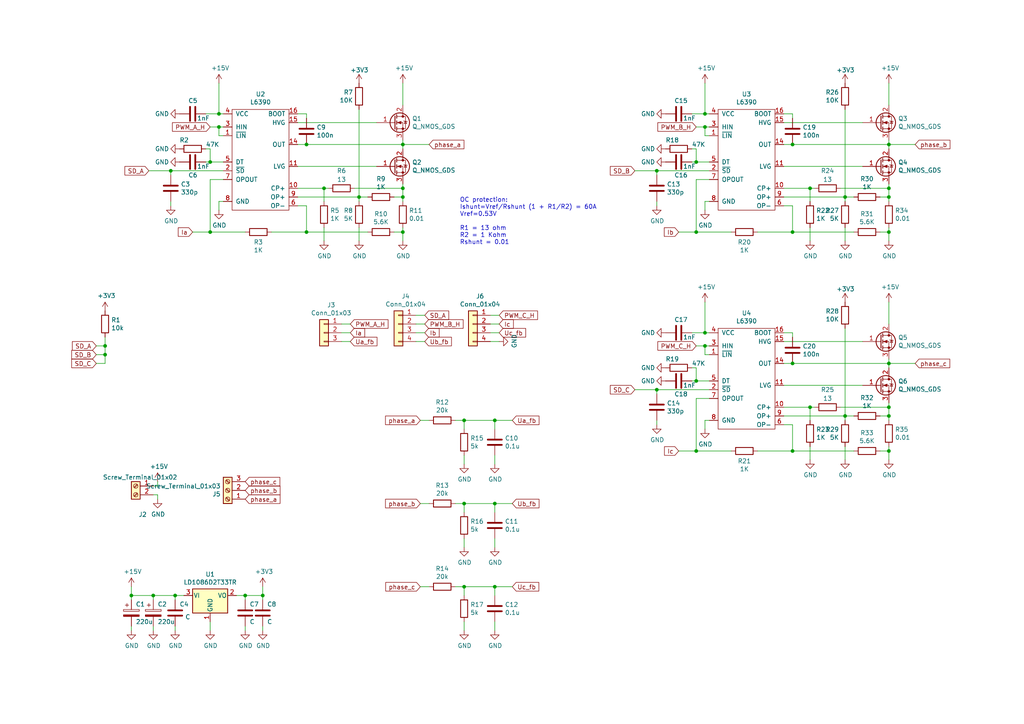
<source format=kicad_sch>
(kicad_sch (version 20230121) (generator eeschema)
  (paper "A4")
  (lib_symbols
    (symbol "freq-rescue:+15V-power-freq-rescue" (power) (pin_names (offset 0))
      (property "Value" "+15V-power-freq-rescue" (at 0 3.556 0))
      (symbol "+15V-power-freq-rescue_1_1"
        (pin power_in line (at 0 0 90) (length 0) hide (name "+15V") (number "1"))
      )
    )
    (symbol "freq-rescue:+3.3V-power-freq-rescue" (power) (pin_names (offset 0))
      (property "Value" "+3.3V-power-freq-rescue" (at 0 3.556 0))
      (symbol "+3.3V-power-freq-rescue_1_1"
        (pin power_in line (at 0 0 90) (length 0) hide (name "+3V3") (number "1"))
      )
    )
    (symbol "freq-rescue:C-Device-freq-rescue" (pin_numbers hide) (pin_names (offset 0.254))
      (property "Reference" "C" (at 0.635 2.54 0))
      (property "Value" "freq-rescue_C-Device" (at 0.635 -2.54 0))
      (symbol "C-Device-freq-rescue_1_1"
        (pin passive line (at 0 3.81 270) (length 2.794) (name "~") (number "1"))
        (pin passive line (at 0 -3.81 90) (length 2.794) (name "~") (number "2"))
      )
    )
    (symbol "freq-rescue:CP-Device-freq-rescue" (pin_numbers hide) (pin_names (offset 0.254))
      (property "Reference" "C" (at 0.635 2.54 0))
      (property "Value" "freq-rescue_CP-Device" (at 0.635 -2.54 0))
      (symbol "CP-Device-freq-rescue_1_1"
        (pin passive line (at 0 3.81 270) (length 2.794) (name "~") (number "1"))
        (pin passive line (at 0 -3.81 90) (length 2.794) (name "~") (number "2"))
      )
    )
    (symbol "freq-rescue:Conn_01x03-Connector_Generic-freq-rescue" (pin_names (offset 1.016) hide)
      (property "Reference" "J" (at 0 5.08 0))
      (property "Value" "freq-rescue_Conn_01x03-Connector_Generic" (at 0 -5.08 0))
      (symbol "Conn_01x03-Connector_Generic-freq-rescue_1_1"
        (pin passive line (at -5.08 2.54 0) (length 3.81) (name "Pin_1") (number "1"))
        (pin passive line (at -5.08 0 0) (length 3.81) (name "Pin_2") (number "2"))
        (pin passive line (at -5.08 -2.54 0) (length 3.81) (name "Pin_3") (number "3"))
      )
    )
    (symbol "freq-rescue:Conn_01x04-Connector_Generic-freq-rescue" (pin_names (offset 1.016) hide)
      (property "Reference" "J" (at 0 5.08 0))
      (property "Value" "freq-rescue_Conn_01x04-Connector_Generic" (at 0 -7.62 0))
      (symbol "Conn_01x04-Connector_Generic-freq-rescue_1_1"
        (pin passive line (at -5.08 2.54 0) (length 3.81) (name "Pin_1") (number "1"))
        (pin passive line (at -5.08 0 0) (length 3.81) (name "Pin_2") (number "2"))
        (pin passive line (at -5.08 -2.54 0) (length 3.81) (name "Pin_3") (number "3"))
        (pin passive line (at -5.08 -5.08 0) (length 3.81) (name "Pin_4") (number "4"))
      )
    )
    (symbol "freq-rescue:GND-power-freq-rescue" (power) (pin_names (offset 0))
      (property "Value" "GND-power-freq-rescue" (at 0 -3.81 0))
      (symbol "GND-power-freq-rescue_1_1"
        (pin power_in line (at 0 0 270) (length 0) hide (name "GND") (number "1"))
      )
    )
    (symbol "freq-rescue:L6390-freq-freq-rescue" (pin_names (offset 1.016))
      (property "Reference" "U" (at 1.27 17.78 0))
      (property "Value" "freq-rescue_L6390-freq" (at 7.62 -15.24 0))
      (symbol "L6390-freq-freq-rescue_1_1"
        (pin input line (at -2.54 8.89 0) (length 2.54) (name "~{LIN}") (number "1"))
        (pin input line (at 19.05 -6.35 180) (length 2.54) (name "CP+") (number "10"))
        (pin input line (at 19.05 0 180) (length 2.54) (name "LVG") (number "11"))
        (pin input line (at 19.05 6.35 180) (length 2.54) (name "OUT") (number "14"))
        (pin input line (at 19.05 12.7 180) (length 2.54) (name "HVG") (number "15"))
        (pin input line (at 19.05 15.24 180) (length 2.54) (name "BOOT") (number "16"))
        (pin input line (at -2.54 -1.27 0) (length 2.54) (name "~{SD}") (number "2"))
        (pin input line (at -2.54 11.43 0) (length 2.54) (name "HIN") (number "3"))
        (pin input line (at -2.54 15.24 0) (length 2.54) (name "VCC") (number "4"))
        (pin input line (at -2.54 1.27 0) (length 2.54) (name "DT") (number "5"))
        (pin input line (at 19.05 -11.43 180) (length 2.54) (name "OP-") (number "6"))
        (pin input line (at -2.54 -3.81 0) (length 2.54) (name "OPOUT") (number "7"))
        (pin input line (at -2.54 -10.16 0) (length 2.54) (name "GND") (number "8"))
        (pin input line (at 19.05 -8.89 180) (length 2.54) (name "OP+") (number "9"))
      )
    )
    (symbol "freq-rescue:LM1084-3.3-Regulator_Linear-freq-rescue" (pin_names (offset 0.254))
      (property "Reference" "U" (at -3.81 3.175 0))
      (property "Value" "freq-rescue_LM1084-3.3-Regulator_Linear" (at 0 3.175 0))
      (symbol "LM1084-3.3-Regulator_Linear-freq-rescue_1_1"
        (pin power_in line (at 0 -7.62 90) (length 2.54) (name "GND") (number "1"))
        (pin power_out line (at 7.62 0 180) (length 2.54) (name "VO") (number "2"))
        (pin power_in line (at -7.62 0 0) (length 2.54) (name "VI") (number "3"))
      )
    )
    (symbol "freq-rescue:Q_NMOS_GDS-Device-freq-rescue" (pin_names (offset 0) hide)
      (property "Reference" "Q" (at 5.08 1.27 0))
      (property "Value" "freq-rescue_Q_NMOS_GDS-Device" (at 5.08 -1.27 0))
      (symbol "Q_NMOS_GDS-Device-freq-rescue_1_1"
        (pin input line (at -5.08 0 0) (length 5.08) (name "G") (number "1"))
        (pin passive line (at 2.54 5.08 270) (length 2.54) (name "D") (number "2"))
        (pin passive line (at 2.54 -5.08 90) (length 2.54) (name "S") (number "3"))
      )
    )
    (symbol "freq-rescue:R-Device-freq-rescue" (pin_numbers hide) (pin_names (offset 0))
      (property "Reference" "R" (at 2.032 0 90))
      (property "Value" "freq-rescue_R-Device" (at 0 0 90))
      (symbol "R-Device-freq-rescue_1_1"
        (pin passive line (at 0 3.81 270) (length 1.27) (name "~") (number "1"))
        (pin passive line (at 0 -3.81 90) (length 1.27) (name "~") (number "2"))
      )
    )
    (symbol "freq-rescue:Screw_Terminal_01x02-Connector-freq-rescue" (pin_names (offset 1.016) hide)
      (property "Reference" "J" (at 0 2.54 0))
      (property "Value" "freq-rescue_Screw_Terminal_01x02-Connector" (at 0 -5.08 0))
      (symbol "Screw_Terminal_01x02-Connector-freq-rescue_1_1"
        (pin passive line (at -5.08 0 0) (length 3.81) (name "Pin_1") (number "1"))
        (pin passive line (at -5.08 -2.54 0) (length 3.81) (name "Pin_2") (number "2"))
      )
    )
    (symbol "freq-rescue:Screw_Terminal_01x03-Connector-freq-rescue" (pin_names (offset 1.016) hide)
      (property "Reference" "J" (at 0 5.08 0))
      (property "Value" "freq-rescue_Screw_Terminal_01x03-Connector" (at 0 -5.08 0))
      (symbol "Screw_Terminal_01x03-Connector-freq-rescue_1_1"
        (pin passive line (at -5.08 2.54 0) (length 3.81) (name "Pin_1") (number "1"))
        (pin passive line (at -5.08 0 0) (length 3.81) (name "Pin_2") (number "2"))
        (pin passive line (at -5.08 -2.54 0) (length 3.81) (name "Pin_3") (number "3"))
      )
    )
  )
  (junction (at 257.81 41.91))
  (junction (at 93.98 54.61))
  (junction (at 30.48 100.33))
  (junction (at 245.11 120.65))
  (junction (at 229.87 41.91))
  (junction (at 63.5 36.83))
  (junction (at 49.53 49.53))
  (junction (at 201.93 130.81))
  (junction (at 201.93 46.99))
  (junction (at 38.1 172.72))
  (junction (at 234.95 54.61))
  (junction (at 229.87 67.31))
  (junction (at 257.81 118.11))
  (junction (at 257.81 57.15))
  (junction (at 190.5 49.53))
  (junction (at 104.14 57.15))
  (junction (at 257.81 54.61))
  (junction (at 60.96 46.99))
  (junction (at 116.84 41.91))
  (junction (at 201.93 67.31))
  (junction (at 257.81 105.41))
  (junction (at 257.81 67.31))
  (junction (at 257.81 120.65))
  (junction (at 204.47 96.52))
  (junction (at 30.48 102.87))
  (junction (at 134.62 146.05))
  (junction (at 204.47 33.02))
  (junction (at 143.51 121.92))
  (junction (at 143.51 170.18))
  (junction (at 60.96 67.31))
  (junction (at 44.45 172.72))
  (junction (at 76.2 172.72))
  (junction (at 88.9 41.91))
  (junction (at 190.5 113.03))
  (junction (at 134.62 121.92))
  (junction (at 50.8 172.72))
  (junction (at 234.95 118.11))
  (junction (at 63.5 33.02))
  (junction (at 116.84 57.15))
  (junction (at 229.87 105.41))
  (junction (at 201.93 110.49))
  (junction (at 116.84 67.31))
  (junction (at 245.11 57.15))
  (junction (at 88.9 67.31))
  (junction (at 143.51 146.05))
  (junction (at 134.62 170.18))
  (junction (at 204.47 100.33))
  (junction (at 116.84 54.61))
  (junction (at 204.47 36.83))
  (junction (at 229.87 130.81))
  (junction (at 257.81 130.81))
  (junction (at 71.12 172.72))
  (wire (pts (xy 45.72 140.97) (xy 45.72 139.7)))
  (wire (pts (xy 234.95 69.85) (xy 234.95 66.04)))
  (wire (pts (xy 205.74 33.02) (xy 204.47 33.02)))
  (wire (pts (xy 205.74 96.52) (xy 204.47 96.52)))
  (wire (pts (xy 59.69 33.02) (xy 63.5 33.02)))
  (wire (pts (xy 116.84 57.15) (xy 114.3 57.15)))
  (wire (pts (xy 234.95 121.92) (xy 234.95 118.11)))
  (wire (pts (xy 134.62 182.88) (xy 134.62 180.34)))
  (wire (pts (xy 116.84 54.61) (xy 116.84 57.15)))
  (wire (pts (xy 229.87 33.02) (xy 229.87 34.29)))
  (wire (pts (xy 134.62 146.05) (xy 134.62 148.59)))
  (wire (pts (xy 63.5 24.13) (xy 63.5 33.02)))
  (wire (pts (xy 200.66 33.02) (xy 204.47 33.02)))
  (wire (pts (xy 102.87 54.61) (xy 116.84 54.61)))
  (wire (pts (xy 219.71 130.81) (xy 229.87 130.81)))
  (wire (pts (xy 143.51 146.05) (xy 148.59 146.05)))
  (wire (pts (xy 257.81 105.41) (xy 265.43 105.41)))
  (wire (pts (xy 257.81 116.84) (xy 257.81 118.11)))
  (wire (pts (xy 204.47 87.63) (xy 204.47 96.52)))
  (wire (pts (xy 243.84 54.61) (xy 257.81 54.61)))
  (wire (pts (xy 134.62 121.92) (xy 143.51 121.92)))
  (wire (pts (xy 205.74 121.92) (xy 204.47 121.92)))
  (wire (pts (xy 78.74 67.31) (xy 88.9 67.31)))
  (wire (pts (xy 143.51 124.46) (xy 143.51 121.92)))
  (wire (pts (xy 257.81 57.15) (xy 255.27 57.15)))
  (wire (pts (xy 121.92 146.05) (xy 124.46 146.05)))
  (wire (pts (xy 134.62 134.62) (xy 134.62 132.08)))
  (wire (pts (xy 88.9 59.69) (xy 88.9 67.31)))
  (wire (pts (xy 104.14 31.75) (xy 104.14 57.15)))
  (wire (pts (xy 257.81 105.41) (xy 257.81 106.68)))
  (wire (pts (xy 245.11 120.65) (xy 247.65 120.65)))
  (wire (pts (xy 104.14 57.15) (xy 106.68 57.15)))
  (wire (pts (xy 190.5 50.8) (xy 190.5 49.53)))
  (wire (pts (xy 134.62 158.75) (xy 134.62 156.21)))
  (wire (pts (xy 116.84 53.34) (xy 116.84 54.61)))
  (wire (pts (xy 205.74 52.07) (xy 201.93 52.07)))
  (wire (pts (xy 99.06 96.52) (xy 101.6 96.52)))
  (wire (pts (xy 201.93 67.31) (xy 212.09 67.31)))
  (wire (pts (xy 53.34 172.72) (xy 50.8 172.72)))
  (wire (pts (xy 116.84 57.15) (xy 116.84 58.42)))
  (wire (pts (xy 134.62 121.92) (xy 134.62 124.46)))
  (wire (pts (xy 227.33 33.02) (xy 229.87 33.02)))
  (wire (pts (xy 49.53 49.53) (xy 43.18 49.53)))
  (wire (pts (xy 45.72 143.51) (xy 45.72 144.78)))
  (wire (pts (xy 143.51 134.62) (xy 143.51 132.08)))
  (wire (pts (xy 245.11 120.65) (xy 245.11 121.92)))
  (wire (pts (xy 93.98 58.42) (xy 93.98 54.61)))
  (wire (pts (xy 121.92 170.18) (xy 124.46 170.18)))
  (wire (pts (xy 104.14 69.85) (xy 104.14 66.04)))
  (wire (pts (xy 142.24 93.98) (xy 144.78 93.98)))
  (wire (pts (xy 229.87 130.81) (xy 247.65 130.81)))
  (wire (pts (xy 116.84 40.64) (xy 116.84 41.91)))
  (wire (pts (xy 38.1 182.88) (xy 38.1 181.61)))
  (wire (pts (xy 200.66 43.18) (xy 201.93 43.18)))
  (wire (pts (xy 99.06 93.98) (xy 101.6 93.98)))
  (wire (pts (xy 257.81 130.81) (xy 257.81 133.35)))
  (wire (pts (xy 86.36 35.56) (xy 109.22 35.56)))
  (wire (pts (xy 190.5 59.69) (xy 190.5 58.42)))
  (wire (pts (xy 201.93 110.49) (xy 200.66 110.49)))
  (wire (pts (xy 142.24 91.44) (xy 144.78 91.44)))
  (wire (pts (xy 190.5 49.53) (xy 205.74 49.53)))
  (wire (pts (xy 245.11 31.75) (xy 245.11 57.15)))
  (wire (pts (xy 30.48 105.41) (xy 27.94 105.41)))
  (wire (pts (xy 200.66 96.52) (xy 204.47 96.52)))
  (wire (pts (xy 60.96 46.99) (xy 59.69 46.99)))
  (wire (pts (xy 116.84 24.13) (xy 116.84 30.48)))
  (wire (pts (xy 132.08 146.05) (xy 134.62 146.05)))
  (wire (pts (xy 93.98 69.85) (xy 93.98 66.04)))
  (wire (pts (xy 143.51 182.88) (xy 143.51 180.34)))
  (wire (pts (xy 227.33 123.19) (xy 229.87 123.19)))
  (wire (pts (xy 27.94 100.33) (xy 30.48 100.33)))
  (wire (pts (xy 257.81 53.34) (xy 257.81 54.61)))
  (wire (pts (xy 60.96 36.83) (xy 63.5 36.83)))
  (wire (pts (xy 201.93 43.18) (xy 201.93 46.99)))
  (wire (pts (xy 201.93 46.99) (xy 200.66 46.99)))
  (wire (pts (xy 86.36 33.02) (xy 88.9 33.02)))
  (wire (pts (xy 44.45 172.72) (xy 50.8 172.72)))
  (wire (pts (xy 116.84 67.31) (xy 116.84 69.85)))
  (wire (pts (xy 205.74 115.57) (xy 201.93 115.57)))
  (wire (pts (xy 120.65 91.44) (xy 123.19 91.44)))
  (wire (pts (xy 143.51 170.18) (xy 148.59 170.18)))
  (wire (pts (xy 30.48 102.87) (xy 30.48 105.41)))
  (wire (pts (xy 257.81 40.64) (xy 257.81 41.91)))
  (wire (pts (xy 257.81 120.65) (xy 255.27 120.65)))
  (wire (pts (xy 205.74 113.03) (xy 190.5 113.03)))
  (wire (pts (xy 245.11 57.15) (xy 247.65 57.15)))
  (wire (pts (xy 99.06 99.06) (xy 101.6 99.06)))
  (wire (pts (xy 234.95 54.61) (xy 236.22 54.61)))
  (wire (pts (xy 71.12 173.99) (xy 71.12 172.72)))
  (wire (pts (xy 30.48 97.79) (xy 30.48 100.33)))
  (wire (pts (xy 204.47 39.37) (xy 204.47 36.83)))
  (wire (pts (xy 204.47 36.83) (xy 205.74 36.83)))
  (wire (pts (xy 38.1 173.99) (xy 38.1 172.72)))
  (wire (pts (xy 60.96 52.07) (xy 60.96 67.31)))
  (wire (pts (xy 243.84 118.11) (xy 257.81 118.11)))
  (wire (pts (xy 245.11 133.35) (xy 245.11 129.54)))
  (wire (pts (xy 86.36 59.69) (xy 88.9 59.69)))
  (wire (pts (xy 227.33 41.91) (xy 229.87 41.91)))
  (wire (pts (xy 229.87 123.19) (xy 229.87 130.81)))
  (wire (pts (xy 134.62 170.18) (xy 134.62 172.72)))
  (wire (pts (xy 204.47 24.13) (xy 204.47 33.02)))
  (wire (pts (xy 50.8 173.99) (xy 50.8 172.72)))
  (wire (pts (xy 227.33 105.41) (xy 229.87 105.41)))
  (wire (pts (xy 200.66 106.68) (xy 201.93 106.68)))
  (wire (pts (xy 143.51 121.92) (xy 148.59 121.92)))
  (wire (pts (xy 257.81 66.04) (xy 257.81 67.31)))
  (wire (pts (xy 120.65 99.06) (xy 123.19 99.06)))
  (wire (pts (xy 234.95 133.35) (xy 234.95 129.54)))
  (wire (pts (xy 205.74 110.49) (xy 201.93 110.49)))
  (wire (pts (xy 60.96 67.31) (xy 55.88 67.31)))
  (wire (pts (xy 71.12 172.72) (xy 76.2 172.72)))
  (wire (pts (xy 68.58 172.72) (xy 71.12 172.72)))
  (wire (pts (xy 227.33 35.56) (xy 250.19 35.56)))
  (wire (pts (xy 255.27 67.31) (xy 257.81 67.31)))
  (wire (pts (xy 227.33 48.26) (xy 250.19 48.26)))
  (wire (pts (xy 257.81 57.15) (xy 257.81 58.42)))
  (wire (pts (xy 227.33 54.61) (xy 234.95 54.61)))
  (wire (pts (xy 229.87 96.52) (xy 229.87 97.79)))
  (wire (pts (xy 229.87 59.69) (xy 229.87 67.31)))
  (wire (pts (xy 88.9 33.02) (xy 88.9 34.29)))
  (wire (pts (xy 257.81 67.31) (xy 257.81 69.85)))
  (wire (pts (xy 204.47 58.42) (xy 204.47 60.96)))
  (wire (pts (xy 93.98 54.61) (xy 95.25 54.61)))
  (wire (pts (xy 205.74 58.42) (xy 204.47 58.42)))
  (wire (pts (xy 257.81 41.91) (xy 265.43 41.91)))
  (wire (pts (xy 63.5 39.37) (xy 63.5 36.83)))
  (wire (pts (xy 49.53 50.8) (xy 49.53 49.53)))
  (wire (pts (xy 257.81 129.54) (xy 257.81 130.81)))
  (wire (pts (xy 60.96 67.31) (xy 71.12 67.31)))
  (wire (pts (xy 204.47 121.92) (xy 204.47 124.46)))
  (wire (pts (xy 201.93 100.33) (xy 204.47 100.33)))
  (wire (pts (xy 229.87 67.31) (xy 247.65 67.31)))
  (wire (pts (xy 60.96 43.18) (xy 60.96 46.99)))
  (wire (pts (xy 44.45 143.51) (xy 45.72 143.51)))
  (wire (pts (xy 64.77 46.99) (xy 60.96 46.99)))
  (wire (pts (xy 201.93 106.68) (xy 201.93 110.49)))
  (wire (pts (xy 86.36 54.61) (xy 93.98 54.61)))
  (wire (pts (xy 132.08 170.18) (xy 134.62 170.18)))
  (wire (pts (xy 63.5 58.42) (xy 63.5 60.96)))
  (wire (pts (xy 205.74 102.87) (xy 204.47 102.87)))
  (wire (pts (xy 86.36 41.91) (xy 88.9 41.91)))
  (wire (pts (xy 86.36 48.26) (xy 109.22 48.26)))
  (wire (pts (xy 227.33 99.06) (xy 250.19 99.06)))
  (wire (pts (xy 44.45 173.99) (xy 44.45 172.72)))
  (wire (pts (xy 219.71 67.31) (xy 229.87 67.31)))
  (wire (pts (xy 143.51 172.72) (xy 143.51 170.18)))
  (wire (pts (xy 245.11 57.15) (xy 245.11 58.42)))
  (wire (pts (xy 229.87 105.41) (xy 257.81 105.41)))
  (wire (pts (xy 143.51 158.75) (xy 143.51 156.21)))
  (wire (pts (xy 116.84 41.91) (xy 124.46 41.91)))
  (wire (pts (xy 227.33 57.15) (xy 245.11 57.15)))
  (wire (pts (xy 38.1 172.72) (xy 44.45 172.72)))
  (wire (pts (xy 76.2 173.99) (xy 76.2 172.72)))
  (wire (pts (xy 257.81 24.13) (xy 257.81 30.48)))
  (wire (pts (xy 190.5 49.53) (xy 184.15 49.53)))
  (wire (pts (xy 190.5 113.03) (xy 184.15 113.03)))
  (wire (pts (xy 205.74 39.37) (xy 204.47 39.37)))
  (wire (pts (xy 190.5 114.3) (xy 190.5 113.03)))
  (wire (pts (xy 245.11 69.85) (xy 245.11 66.04)))
  (wire (pts (xy 64.77 58.42) (xy 63.5 58.42)))
  (wire (pts (xy 64.77 49.53) (xy 49.53 49.53)))
  (wire (pts (xy 204.47 102.87) (xy 204.47 100.33)))
  (wire (pts (xy 76.2 182.88) (xy 76.2 181.61)))
  (wire (pts (xy 227.33 96.52) (xy 229.87 96.52)))
  (wire (pts (xy 27.94 102.87) (xy 30.48 102.87)))
  (wire (pts (xy 142.24 96.52) (xy 144.78 96.52)))
  (wire (pts (xy 227.33 59.69) (xy 229.87 59.69)))
  (wire (pts (xy 204.47 100.33) (xy 205.74 100.33)))
  (wire (pts (xy 205.74 46.99) (xy 201.93 46.99)))
  (wire (pts (xy 201.93 130.81) (xy 212.09 130.81)))
  (wire (pts (xy 257.81 120.65) (xy 257.81 121.92)))
  (wire (pts (xy 64.77 33.02) (xy 63.5 33.02)))
  (wire (pts (xy 229.87 41.91) (xy 257.81 41.91)))
  (wire (pts (xy 134.62 170.18) (xy 143.51 170.18)))
  (wire (pts (xy 44.45 182.88) (xy 44.45 181.61)))
  (wire (pts (xy 227.33 118.11) (xy 234.95 118.11)))
  (wire (pts (xy 30.48 100.33) (xy 30.48 102.87)))
  (wire (pts (xy 59.69 43.18) (xy 60.96 43.18)))
  (wire (pts (xy 227.33 111.76) (xy 250.19 111.76)))
  (wire (pts (xy 64.77 39.37) (xy 63.5 39.37)))
  (wire (pts (xy 201.93 52.07) (xy 201.93 67.31)))
  (wire (pts (xy 245.11 95.25) (xy 245.11 120.65)))
  (wire (pts (xy 71.12 182.88) (xy 71.12 181.61)))
  (wire (pts (xy 49.53 59.69) (xy 49.53 58.42)))
  (wire (pts (xy 120.65 96.52) (xy 123.19 96.52)))
  (wire (pts (xy 257.81 87.63) (xy 257.81 93.98)))
  (wire (pts (xy 121.92 121.92) (xy 124.46 121.92)))
  (wire (pts (xy 134.62 146.05) (xy 143.51 146.05)))
  (wire (pts (xy 142.24 99.06) (xy 144.78 99.06)))
  (wire (pts (xy 50.8 182.88) (xy 50.8 181.61)))
  (wire (pts (xy 44.45 140.97) (xy 45.72 140.97)))
  (wire (pts (xy 227.33 120.65) (xy 245.11 120.65)))
  (wire (pts (xy 120.65 93.98) (xy 123.19 93.98)))
  (wire (pts (xy 257.81 54.61) (xy 257.81 57.15)))
  (wire (pts (xy 132.08 121.92) (xy 134.62 121.92)))
  (wire (pts (xy 88.9 67.31) (xy 106.68 67.31)))
  (wire (pts (xy 257.81 118.11) (xy 257.81 120.65)))
  (wire (pts (xy 201.93 130.81) (xy 196.85 130.81)))
  (wire (pts (xy 116.84 41.91) (xy 116.84 43.18)))
  (wire (pts (xy 255.27 130.81) (xy 257.81 130.81)))
  (wire (pts (xy 64.77 52.07) (xy 60.96 52.07)))
  (wire (pts (xy 234.95 58.42) (xy 234.95 54.61)))
  (wire (pts (xy 114.3 67.31) (xy 116.84 67.31)))
  (wire (pts (xy 116.84 66.04) (xy 116.84 67.31)))
  (wire (pts (xy 190.5 123.19) (xy 190.5 121.92)))
  (wire (pts (xy 86.36 57.15) (xy 104.14 57.15)))
  (wire (pts (xy 201.93 36.83) (xy 204.47 36.83)))
  (wire (pts (xy 201.93 67.31) (xy 196.85 67.31)))
  (wire (pts (xy 257.81 104.14) (xy 257.81 105.41)))
  (wire (pts (xy 38.1 170.18) (xy 38.1 172.72)))
  (wire (pts (xy 257.81 41.91) (xy 257.81 43.18)))
  (wire (pts (xy 104.14 57.15) (xy 104.14 58.42)))
  (wire (pts (xy 234.95 118.11) (xy 236.22 118.11)))
  (wire (pts (xy 201.93 115.57) (xy 201.93 130.81)))
  (wire (pts (xy 60.96 182.88) (xy 60.96 180.34)))
  (wire (pts (xy 63.5 36.83) (xy 64.77 36.83)))
  (wire (pts (xy 76.2 172.72) (xy 76.2 170.18)))
  (wire (pts (xy 88.9 41.91) (xy 116.84 41.91)))
  (wire (pts (xy 143.51 148.59) (xy 143.51 146.05)))
  (text "OC protection:\nIshunt=Vref/Rshunt (1 + R1/R2) = 60A\nVref=0.53V\n\nR1 = 13 ohm\nR2 = 1 Kohm\nRshunt = 0.01" (at 133.35 71.12 0) (effects (font (size 1.27 1.27)) (justify left bottom)))
  (global_label "Uc_fb" (shape input) (at 144.78 96.52 0) (property "Intersheetrefs" "${INTERSHEET_REFS}" (effects hide)))
  (global_label "PWM_C_H" (shape input) (at 201.93 100.33 180) (property "Intersheetrefs" "${INTERSHEET_REFS}" (effects hide)))
  (global_label "PWM_A_H" (shape input) (at 60.96 36.83 180) (property "Intersheetrefs" "${INTERSHEET_REFS}" (effects hide)))
  (global_label "SD_B" (shape input) (at 27.94 102.87 180) (property "Intersheetrefs" "${INTERSHEET_REFS}" (effects hide)))
  (global_label "phase_c" (shape input) (at 71.12 139.7 0) (property "Intersheetrefs" "${INTERSHEET_REFS}" (effects hide)))
  (global_label "Ua_fb" (shape input) (at 101.6 99.06 0) (property "Intersheetrefs" "${INTERSHEET_REFS}" (effects hide)))
  (global_label "phase_c" (shape input) (at 265.43 105.41 0) (property "Intersheetrefs" "${INTERSHEET_REFS}" (effects hide)))
  (global_label "phase_b" (shape input) (at 71.12 142.24 0) (property "Intersheetrefs" "${INTERSHEET_REFS}" (effects hide)))
  (global_label "SD_A" (shape input) (at 27.94 100.33 180) (property "Intersheetrefs" "${INTERSHEET_REFS}" (effects hide)))
  (global_label "SD_C" (shape input) (at 184.15 113.03 180) (property "Intersheetrefs" "${INTERSHEET_REFS}" (effects hide)))
  (global_label "Ic" (shape input) (at 144.78 93.98 0) (property "Intersheetrefs" "${INTERSHEET_REFS}" (effects hide)))
  (global_label "Ua_fb" (shape input) (at 148.59 121.92 0) (property "Intersheetrefs" "${INTERSHEET_REFS}" (effects hide)))
  (global_label "Ia" (shape input) (at 55.88 67.31 180) (property "Intersheetrefs" "${INTERSHEET_REFS}" (effects hide)))
  (global_label "phase_a" (shape input) (at 121.92 121.92 180) (property "Intersheetrefs" "${INTERSHEET_REFS}" (effects hide)))
  (global_label "PWM_C_H" (shape input) (at 144.78 91.44 0) (property "Intersheetrefs" "${INTERSHEET_REFS}" (effects hide)))
  (global_label "PWM_B_H" (shape input) (at 201.93 36.83 180) (property "Intersheetrefs" "${INTERSHEET_REFS}" (effects hide)))
  (global_label "SD_C" (shape input) (at 27.94 105.41 180) (property "Intersheetrefs" "${INTERSHEET_REFS}" (effects hide)))
  (global_label "phase_b" (shape input) (at 265.43 41.91 0) (property "Intersheetrefs" "${INTERSHEET_REFS}" (effects hide)))
  (global_label "Ib" (shape input) (at 123.19 96.52 0) (property "Intersheetrefs" "${INTERSHEET_REFS}" (effects hide)))
  (global_label "phase_b" (shape input) (at 121.92 146.05 180) (property "Intersheetrefs" "${INTERSHEET_REFS}" (effects hide)))
  (global_label "SD_B" (shape input) (at 184.15 49.53 180) (property "Intersheetrefs" "${INTERSHEET_REFS}" (effects hide)))
  (global_label "Ib" (shape input) (at 196.85 67.31 180) (property "Intersheetrefs" "${INTERSHEET_REFS}" (effects hide)))
  (global_label "phase_a" (shape input) (at 71.12 144.78 0) (property "Intersheetrefs" "${INTERSHEET_REFS}" (effects hide)))
  (global_label "SD_A" (shape input) (at 43.18 49.53 180) (property "Intersheetrefs" "${INTERSHEET_REFS}" (effects hide)))
  (global_label "PWM_B_H" (shape input) (at 123.19 93.98 0) (property "Intersheetrefs" "${INTERSHEET_REFS}" (effects hide)))
  (global_label "PWM_A_H" (shape input) (at 101.6 93.98 0) (property "Intersheetrefs" "${INTERSHEET_REFS}" (effects hide)))
  (global_label "phase_a" (shape input) (at 124.46 41.91 0) (property "Intersheetrefs" "${INTERSHEET_REFS}" (effects hide)))
  (global_label "Ub_fb" (shape input) (at 148.59 146.05 0) (property "Intersheetrefs" "${INTERSHEET_REFS}" (effects hide)))
  (global_label "Ia" (shape input) (at 101.6 96.52 0) (property "Intersheetrefs" "${INTERSHEET_REFS}" (effects hide)))
  (global_label "phase_c" (shape input) (at 121.92 170.18 180) (property "Intersheetrefs" "${INTERSHEET_REFS}" (effects hide)))
  (global_label "SD_A" (shape input) (at 123.19 91.44 0) (property "Intersheetrefs" "${INTERSHEET_REFS}" (effects hide)))
  (global_label "Ub_fb" (shape input) (at 123.19 99.06 0) (property "Intersheetrefs" "${INTERSHEET_REFS}" (effects hide)))
  (global_label "Ic" (shape input) (at 196.85 130.81 180) (property "Intersheetrefs" "${INTERSHEET_REFS}" (effects hide)))
  (global_label "Uc_fb" (shape input) (at 148.59 170.18 0) (property "Intersheetrefs" "${INTERSHEET_REFS}" (effects hide)))
  (symbol (lib_id "freq-rescue:R-Device-freq-rescue") (at 55.88 43.18 270) (unit 1)
    (property "Reference" "R2" (at 52.07 40.64 90) (effects (justify left)))
    (property "Value" "47K" (at 59.69 41.91 90) (effects (justify left)))
    (property "Footprint" "Resistor_SMD:R_0805_2012Metric_Pad1.15x1.40mm_HandSolder" (effects hide))
  )
  (symbol (lib_id "freq-rescue:GND-power-freq-rescue") (at 63.5 60.96 0) (unit 1)
    (property "Reference" "#PWR015" (effects hide))
    (property "Value" "GND" (at 63.627 65.3542 0))
  )
  (symbol (lib_id "freq-rescue:C-Device-freq-rescue") (at 55.88 46.99 270) (unit 1)
    (property "Reference" "C6" (at 54.61 50.8 90) (effects (justify left)))
    (property "Value" "1nF" (at 57.15 48.26 90) (effects (justify left)))
    (property "Footprint" "Capacitor_SMD:C_0805_2012Metric_Pad1.15x1.40mm_HandSolder" (effects hide))
  )
  (symbol (lib_id "freq-rescue:GND-power-freq-rescue") (at 52.07 46.99 270) (unit 1)
    (property "Reference" "#PWR012" (effects hide))
    (property "Value" "GND" (at 46.99 46.99 90))
  )
  (symbol (lib_id "freq-rescue:GND-power-freq-rescue") (at 52.07 43.18 270) (unit 1)
    (property "Reference" "#PWR011" (effects hide))
    (property "Value" "GND" (at 46.99 43.18 90))
  )
  (symbol (lib_id "freq-rescue:C-Device-freq-rescue") (at 88.9 38.1 0) (unit 1)
    (property "Reference" "C9" (at 91.821 36.9316 0) (effects (justify left)))
    (property "Value" "100n" (at 91.821 39.243 0) (effects (justify left)))
    (property "Footprint" "Capacitor_SMD:C_0805_2012Metric_Pad1.15x1.40mm_HandSolder" (effects hide))
  )
  (symbol (lib_id "freq-rescue:R-Device-freq-rescue") (at 116.84 62.23 0) (unit 1)
    (property "Reference" "R11" (at 118.618 61.0616 0) (effects (justify left)))
    (property "Value" "0.01" (at 118.618 63.373 0) (effects (justify left)))
    (property "Footprint" "Resistor_SMD:R_2512_6332Metric_Pad1.52x3.35mm_HandSolder" (effects hide))
  )
  (symbol (lib_id "freq-rescue:GND-power-freq-rescue") (at 116.84 69.85 0) (unit 1)
    (property "Reference" "#PWR024" (effects hide))
    (property "Value" "GND" (at 116.967 74.2442 0))
  )
  (symbol (lib_id "freq-rescue:L6390-freq-freq-rescue") (at 67.31 48.26 0) (unit 1)
    (property "Reference" "U2" (at 75.565 27.305 0))
    (property "Value" "L6390" (at 75.565 29.6164 0))
    (property "Footprint" "Package_SO:SOIC-16_3.9x9.9mm_P1.27mm" (effects hide))
  )
  (symbol (lib_id "freq-rescue:C-Device-freq-rescue") (at 49.53 54.61 0) (unit 1)
    (property "Reference" "C3" (at 52.451 53.4416 0) (effects (justify left)))
    (property "Value" "330p" (at 52.451 55.753 0) (effects (justify left)))
    (property "Footprint" "Capacitor_SMD:C_0805_2012Metric_Pad1.15x1.40mm_HandSolder" (effects hide))
  )
  (symbol (lib_id "freq-rescue:GND-power-freq-rescue") (at 49.53 59.69 0) (unit 1)
    (property "Reference" "#PWR08" (effects hide))
    (property "Value" "GND" (at 49.657 64.0842 0))
  )
  (symbol (lib_id "freq-rescue:R-Device-freq-rescue") (at 110.49 67.31 270) (unit 1)
    (property "Reference" "R10" (at 110.49 62.0522 90))
    (property "Value" "5.6K" (at 110.49 64.3636 90))
    (property "Footprint" "Resistor_SMD:R_0805_2012Metric_Pad1.15x1.40mm_HandSolder" (effects hide))
  )
  (symbol (lib_id "freq-rescue:R-Device-freq-rescue") (at 74.93 67.31 270) (unit 1)
    (property "Reference" "R3" (at 74.93 70.231 90))
    (property "Value" "1K" (at 74.93 72.5424 90))
    (property "Footprint" "Resistor_SMD:R_0805_2012Metric_Pad1.15x1.40mm_HandSolder" (effects hide))
  )
  (symbol (lib_id "freq-rescue:R-Device-freq-rescue") (at 110.49 57.15 270) (unit 1)
    (property "Reference" "R9" (at 110.49 51.8922 90))
    (property "Value" "1K" (at 110.49 54.2036 90))
    (property "Footprint" "Resistor_SMD:R_0805_2012Metric_Pad1.15x1.40mm_HandSolder" (effects hide))
  )
  (symbol (lib_id "freq-rescue:R-Device-freq-rescue") (at 104.14 62.23 0) (unit 1)
    (property "Reference" "R8" (at 102.3874 61.0616 0) (effects (justify right)))
    (property "Value" "5K" (at 102.3874 63.373 0) (effects (justify right)))
    (property "Footprint" "Resistor_SMD:R_0805_2012Metric_Pad1.15x1.40mm_HandSolder" (effects hide))
  )
  (symbol (lib_id "freq-rescue:R-Device-freq-rescue") (at 104.14 27.94 180) (unit 1)
    (property "Reference" "R7" (at 102.3874 26.7716 0) (effects (justify left)))
    (property "Value" "10K" (at 102.3874 29.083 0) (effects (justify left)))
    (property "Footprint" "Resistor_SMD:R_0805_2012Metric_Pad1.15x1.40mm_HandSolder" (effects hide))
  )
  (symbol (lib_id "freq-rescue:GND-power-freq-rescue") (at 104.14 69.85 0) (unit 1)
    (property "Reference" "#PWR022" (effects hide))
    (property "Value" "GND" (at 104.267 74.2442 0))
  )
  (symbol (lib_id "freq-rescue:+3.3V-power-freq-rescue") (at 104.14 24.13 0) (unit 1)
    (property "Reference" "#PWR021" (effects hide))
    (property "Value" "+3.3V" (at 101.6 20.32 0) (effects (justify left)))
  )
  (symbol (lib_id "freq-rescue:R-Device-freq-rescue") (at 93.98 62.23 0) (unit 1)
    (property "Reference" "R5" (at 95.758 61.0616 0) (effects (justify left)))
    (property "Value" "1K" (at 95.758 63.373 0) (effects (justify left)))
    (property "Footprint" "Resistor_SMD:R_0805_2012Metric_Pad1.15x1.40mm_HandSolder" (effects hide))
  )
  (symbol (lib_id "freq-rescue:R-Device-freq-rescue") (at 99.06 54.61 270) (unit 1)
    (property "Reference" "R6" (at 99.06 49.53 90))
    (property "Value" "13" (at 99.06 52.07 90))
    (property "Footprint" "Resistor_SMD:R_0805_2012Metric_Pad1.15x1.40mm_HandSolder" (effects hide))
  )
  (symbol (lib_id "freq-rescue:GND-power-freq-rescue") (at 93.98 69.85 0) (unit 1)
    (property "Reference" "#PWR020" (effects hide))
    (property "Value" "GND" (at 94.107 74.2442 0))
  )
  (symbol (lib_id "freq-rescue:CP-Device-freq-rescue") (at 38.1 177.8 0) (unit 1)
    (property "Reference" "C1" (at 39.37 175.26 0) (effects (justify left)))
    (property "Value" "220u" (at 39.37 180.34 0) (effects (justify left)))
    (property "Footprint" "Capacitor_SMD:CP_Elec_5x4.5" (effects hide))
  )
  (symbol (lib_id "freq-rescue:CP-Device-freq-rescue") (at 44.45 177.8 0) (unit 1)
    (property "Reference" "C2" (at 45.72 175.26 0) (effects (justify left)))
    (property "Value" "220u" (at 45.72 180.34 0) (effects (justify left)))
    (property "Footprint" "Capacitor_SMD:CP_Elec_5x4.5" (effects hide))
  )
  (symbol (lib_id "freq-rescue:Screw_Terminal_01x03-Connector-freq-rescue") (at 66.04 142.24 180) (unit 1)
    (property "Reference" "J5" (at 64.008 143.3068 0) (effects (justify left)))
    (property "Value" "Screw_Terminal_01x03" (at 64.008 140.9954 0) (effects (justify left)))
    (property "Footprint" "TerminalBlock:TerminalBlock_Altech_AK300-3_P5.00mm" (effects hide))
  )
  (symbol (lib_id "freq-rescue:Screw_Terminal_01x02-Connector-freq-rescue") (at 39.37 140.97 0) (mirror y) (unit 1)
    (property "Reference" "J2" (at 41.402 149.225 0))
    (property "Value" "Screw_Terminal_01x02" (at 40.64 138.43 0))
    (property "Footprint" "TerminalBlock:TerminalBlock_Altech_AK300-2_P5.00mm" (effects hide))
  )
  (symbol (lib_id "freq-rescue:GND-power-freq-rescue") (at 45.72 144.78 0) (unit 1)
    (property "Reference" "#PWR07" (effects hide))
    (property "Value" "GND" (at 45.847 149.1742 0))
  )
  (symbol (lib_id "freq-rescue:R-Device-freq-rescue") (at 128.27 121.92 270) (unit 1)
    (property "Reference" "R12" (at 128.27 116.6622 90))
    (property "Value" "20k" (at 128.27 118.9736 90))
    (property "Footprint" "Resistor_SMD:R_0805_2012Metric_Pad1.15x1.40mm_HandSolder" (effects hide))
  )
  (symbol (lib_id "freq-rescue:R-Device-freq-rescue") (at 134.62 128.27 180) (unit 1)
    (property "Reference" "R15" (at 136.398 127.1016 0) (effects (justify right)))
    (property "Value" "5k" (at 136.398 129.413 0) (effects (justify right)))
    (property "Footprint" "Resistor_SMD:R_0805_2012Metric_Pad1.15x1.40mm_HandSolder" (effects hide))
  )
  (symbol (lib_id "freq-rescue:C-Device-freq-rescue") (at 143.51 128.27 0) (unit 1)
    (property "Reference" "C10" (at 146.431 127.1016 0) (effects (justify left)))
    (property "Value" "0.1u" (at 146.431 129.413 0) (effects (justify left)))
    (property "Footprint" "Capacitor_SMD:C_0805_2012Metric_Pad1.15x1.40mm_HandSolder" (effects hide))
  )
  (symbol (lib_id "freq-rescue:GND-power-freq-rescue") (at 134.62 134.62 0) (unit 1)
    (property "Reference" "#PWR025" (effects hide))
    (property "Value" "GND" (at 134.747 139.0142 0))
  )
  (symbol (lib_id "freq-rescue:GND-power-freq-rescue") (at 143.51 134.62 0) (unit 1)
    (property "Reference" "#PWR028" (effects hide))
    (property "Value" "GND" (at 143.637 139.0142 0))
  )
  (symbol (lib_id "freq-rescue:R-Device-freq-rescue") (at 196.85 43.18 270) (unit 1)
    (property "Reference" "R18" (at 193.04 40.64 90) (effects (justify left)))
    (property "Value" "47K" (at 200.66 41.91 90) (effects (justify left)))
    (property "Footprint" "Resistor_SMD:R_0805_2012Metric_Pad1.15x1.40mm_HandSolder" (effects hide))
  )
  (symbol (lib_id "freq-rescue:GND-power-freq-rescue") (at 204.47 60.96 0) (unit 1)
    (property "Reference" "#PWR040" (effects hide))
    (property "Value" "GND" (at 204.597 65.3542 0))
  )
  (symbol (lib_id "freq-rescue:C-Device-freq-rescue") (at 196.85 46.99 270) (unit 1)
    (property "Reference" "C16" (at 195.58 50.8 90) (effects (justify left)))
    (property "Value" "1nF" (at 198.12 48.26 90) (effects (justify left)))
    (property "Footprint" "Capacitor_SMD:C_0805_2012Metric_Pad1.15x1.40mm_HandSolder" (effects hide))
  )
  (symbol (lib_id "freq-rescue:GND-power-freq-rescue") (at 193.04 46.99 270) (unit 1)
    (property "Reference" "#PWR035" (effects hide))
    (property "Value" "GND" (at 187.96 46.99 90))
  )
  (symbol (lib_id "freq-rescue:GND-power-freq-rescue") (at 193.04 43.18 270) (unit 1)
    (property "Reference" "#PWR034" (effects hide))
    (property "Value" "GND" (at 187.96 43.18 90))
  )
  (symbol (lib_id "freq-rescue:C-Device-freq-rescue") (at 229.87 38.1 0) (unit 1)
    (property "Reference" "C19" (at 232.791 36.9316 0) (effects (justify left)))
    (property "Value" "100n" (at 232.791 39.243 0) (effects (justify left)))
    (property "Footprint" "Capacitor_SMD:C_0805_2012Metric_Pad1.15x1.40mm_HandSolder" (effects hide))
  )
  (symbol (lib_id "freq-rescue:R-Device-freq-rescue") (at 257.81 62.23 0) (unit 1)
    (property "Reference" "R34" (at 259.588 61.0616 0) (effects (justify left)))
    (property "Value" "0.01" (at 259.588 63.373 0) (effects (justify left)))
    (property "Footprint" "Resistor_SMD:R_2512_6332Metric_Pad1.52x3.35mm_HandSolder" (effects hide))
  )
  (symbol (lib_id "freq-rescue:GND-power-freq-rescue") (at 257.81 69.85 0) (unit 1)
    (property "Reference" "#PWR050" (effects hide))
    (property "Value" "GND" (at 257.937 74.2442 0))
  )
  (symbol (lib_id "freq-rescue:L6390-freq-freq-rescue") (at 208.28 48.26 0) (unit 1)
    (property "Reference" "U3" (at 216.535 27.305 0))
    (property "Value" "L6390" (at 216.535 29.6164 0))
    (property "Footprint" "Package_SO:SOIC-16_3.9x9.9mm_P1.27mm" (effects hide))
  )
  (symbol (lib_id "freq-rescue:C-Device-freq-rescue") (at 190.5 54.61 0) (unit 1)
    (property "Reference" "C13" (at 193.421 53.4416 0) (effects (justify left)))
    (property "Value" "330p" (at 193.421 55.753 0) (effects (justify left)))
    (property "Footprint" "Capacitor_SMD:C_0805_2012Metric_Pad1.15x1.40mm_HandSolder" (effects hide))
  )
  (symbol (lib_id "freq-rescue:GND-power-freq-rescue") (at 190.5 59.69 0) (unit 1)
    (property "Reference" "#PWR031" (effects hide))
    (property "Value" "GND" (at 190.627 64.0842 0))
  )
  (symbol (lib_id "freq-rescue:R-Device-freq-rescue") (at 251.46 67.31 270) (unit 1)
    (property "Reference" "R31" (at 251.46 62.0522 90))
    (property "Value" "5.6K" (at 251.46 64.3636 90))
    (property "Footprint" "Resistor_SMD:R_0805_2012Metric_Pad1.15x1.40mm_HandSolder" (effects hide))
  )
  (symbol (lib_id "freq-rescue:R-Device-freq-rescue") (at 215.9 67.31 270) (unit 1)
    (property "Reference" "R20" (at 215.9 70.231 90))
    (property "Value" "1K" (at 215.9 72.5424 90))
    (property "Footprint" "Resistor_SMD:R_0805_2012Metric_Pad1.15x1.40mm_HandSolder" (effects hide))
  )
  (symbol (lib_id "freq-rescue:R-Device-freq-rescue") (at 251.46 57.15 270) (unit 1)
    (property "Reference" "R30" (at 251.46 51.8922 90))
    (property "Value" "1K" (at 251.46 54.2036 90))
    (property "Footprint" "Resistor_SMD:R_0805_2012Metric_Pad1.15x1.40mm_HandSolder" (effects hide))
  )
  (symbol (lib_id "freq-rescue:R-Device-freq-rescue") (at 245.11 62.23 0) (unit 1)
    (property "Reference" "R27" (at 243.3574 61.0616 0) (effects (justify right)))
    (property "Value" "5K" (at 243.3574 63.373 0) (effects (justify right)))
    (property "Footprint" "Resistor_SMD:R_0805_2012Metric_Pad1.15x1.40mm_HandSolder" (effects hide))
  )
  (symbol (lib_id "freq-rescue:R-Device-freq-rescue") (at 245.11 27.94 180) (unit 1)
    (property "Reference" "R26" (at 243.3574 26.7716 0) (effects (justify left)))
    (property "Value" "10K" (at 243.3574 29.083 0) (effects (justify left)))
    (property "Footprint" "Resistor_SMD:R_0805_2012Metric_Pad1.15x1.40mm_HandSolder" (effects hide))
  )
  (symbol (lib_id "freq-rescue:GND-power-freq-rescue") (at 245.11 69.85 0) (unit 1)
    (property "Reference" "#PWR046" (effects hide))
    (property "Value" "GND" (at 245.237 74.2442 0))
  )
  (symbol (lib_id "freq-rescue:+3.3V-power-freq-rescue") (at 245.11 24.13 0) (unit 1)
    (property "Reference" "#PWR045" (effects hide))
    (property "Value" "+3.3V" (at 242.57 20.32 0) (effects (justify left)))
  )
  (symbol (lib_id "freq-rescue:R-Device-freq-rescue") (at 240.03 54.61 270) (unit 1)
    (property "Reference" "R24" (at 240.03 49.53 90))
    (property "Value" "13" (at 240.03 52.07 90))
    (property "Footprint" "Resistor_SMD:R_0805_2012Metric_Pad1.15x1.40mm_HandSolder" (effects hide))
  )
  (symbol (lib_id "freq-rescue:GND-power-freq-rescue") (at 234.95 69.85 0) (unit 1)
    (property "Reference" "#PWR043" (effects hide))
    (property "Value" "GND" (at 235.077 74.2442 0))
  )
  (symbol (lib_id "freq-rescue:R-Device-freq-rescue") (at 234.95 62.23 0) (unit 1)
    (property "Reference" "R22" (at 236.728 61.0616 0) (effects (justify left)))
    (property "Value" "1K" (at 236.728 63.373 0) (effects (justify left)))
    (property "Footprint" "Resistor_SMD:R_0805_2012Metric_Pad1.15x1.40mm_HandSolder" (effects hide))
  )
  (symbol (lib_id "freq-rescue:R-Device-freq-rescue") (at 196.85 106.68 270) (unit 1)
    (property "Reference" "R19" (at 193.04 104.14 90) (effects (justify left)))
    (property "Value" "47K" (at 200.66 105.41 90) (effects (justify left)))
    (property "Footprint" "Resistor_SMD:R_0805_2012Metric_Pad1.15x1.40mm_HandSolder" (effects hide))
  )
  (symbol (lib_id "freq-rescue:GND-power-freq-rescue") (at 204.47 124.46 0) (unit 1)
    (property "Reference" "#PWR042" (effects hide))
    (property "Value" "GND" (at 204.597 128.8542 0))
  )
  (symbol (lib_id "freq-rescue:C-Device-freq-rescue") (at 196.85 110.49 270) (unit 1)
    (property "Reference" "C18" (at 195.58 114.3 90) (effects (justify left)))
    (property "Value" "1nF" (at 198.12 111.76 90) (effects (justify left)))
    (property "Footprint" "Capacitor_SMD:C_0805_2012Metric_Pad1.15x1.40mm_HandSolder" (effects hide))
  )
  (symbol (lib_id "freq-rescue:GND-power-freq-rescue") (at 193.04 110.49 270) (unit 1)
    (property "Reference" "#PWR038" (effects hide))
    (property "Value" "GND" (at 187.96 110.49 90))
  )
  (symbol (lib_id "freq-rescue:GND-power-freq-rescue") (at 193.04 106.68 270) (unit 1)
    (property "Reference" "#PWR037" (effects hide))
    (property "Value" "GND" (at 187.96 106.68 90))
  )
  (symbol (lib_id "freq-rescue:C-Device-freq-rescue") (at 229.87 101.6 0) (unit 1)
    (property "Reference" "C20" (at 232.791 100.4316 0) (effects (justify left)))
    (property "Value" "100n" (at 232.791 102.743 0) (effects (justify left)))
    (property "Footprint" "Capacitor_SMD:C_0805_2012Metric_Pad1.15x1.40mm_HandSolder" (effects hide))
  )
  (symbol (lib_id "freq-rescue:R-Device-freq-rescue") (at 257.81 125.73 0) (unit 1)
    (property "Reference" "R35" (at 259.588 124.5616 0) (effects (justify left)))
    (property "Value" "0.01" (at 259.588 126.873 0) (effects (justify left)))
    (property "Footprint" "Resistor_SMD:R_2512_6332Metric_Pad1.52x3.35mm_HandSolder" (effects hide))
  )
  (symbol (lib_id "freq-rescue:GND-power-freq-rescue") (at 257.81 133.35 0) (unit 1)
    (property "Reference" "#PWR052" (effects hide))
    (property "Value" "GND" (at 257.937 137.7442 0))
  )
  (symbol (lib_id "freq-rescue:L6390-freq-freq-rescue") (at 208.28 111.76 0) (unit 1)
    (property "Reference" "U4" (at 216.535 90.805 0))
    (property "Value" "L6390" (at 216.535 93.1164 0))
    (property "Footprint" "Package_SO:SOIC-16_3.9x9.9mm_P1.27mm" (effects hide))
  )
  (symbol (lib_id "freq-rescue:C-Device-freq-rescue") (at 190.5 118.11 0) (unit 1)
    (property "Reference" "C14" (at 193.421 116.9416 0) (effects (justify left)))
    (property "Value" "330p" (at 193.421 119.253 0) (effects (justify left)))
    (property "Footprint" "Capacitor_SMD:C_0805_2012Metric_Pad1.15x1.40mm_HandSolder" (effects hide))
  )
  (symbol (lib_id "freq-rescue:GND-power-freq-rescue") (at 190.5 123.19 0) (unit 1)
    (property "Reference" "#PWR032" (effects hide))
    (property "Value" "GND" (at 190.627 127.5842 0))
  )
  (symbol (lib_id "freq-rescue:R-Device-freq-rescue") (at 251.46 130.81 270) (unit 1)
    (property "Reference" "R33" (at 251.46 125.5522 90))
    (property "Value" "5.6K" (at 251.46 127.8636 90))
    (property "Footprint" "Resistor_SMD:R_0805_2012Metric_Pad1.15x1.40mm_HandSolder" (effects hide))
  )
  (symbol (lib_id "freq-rescue:R-Device-freq-rescue") (at 215.9 130.81 270) (unit 1)
    (property "Reference" "R21" (at 215.9 133.731 90))
    (property "Value" "1K" (at 215.9 136.0424 90))
    (property "Footprint" "Resistor_SMD:R_0805_2012Metric_Pad1.15x1.40mm_HandSolder" (effects hide))
  )
  (symbol (lib_id "freq-rescue:R-Device-freq-rescue") (at 251.46 120.65 270) (unit 1)
    (property "Reference" "R32" (at 251.46 115.3922 90))
    (property "Value" "1K" (at 251.46 117.7036 90))
    (property "Footprint" "Resistor_SMD:R_0805_2012Metric_Pad1.15x1.40mm_HandSolder" (effects hide))
  )
  (symbol (lib_id "freq-rescue:R-Device-freq-rescue") (at 245.11 125.73 0) (unit 1)
    (property "Reference" "R29" (at 243.3574 124.5616 0) (effects (justify right)))
    (property "Value" "5K" (at 243.3574 126.873 0) (effects (justify right)))
    (property "Footprint" "Resistor_SMD:R_0805_2012Metric_Pad1.15x1.40mm_HandSolder" (effects hide))
  )
  (symbol (lib_id "freq-rescue:R-Device-freq-rescue") (at 245.11 91.44 180) (unit 1)
    (property "Reference" "R28" (at 243.3574 90.2716 0) (effects (justify left)))
    (property "Value" "10K" (at 243.3574 92.583 0) (effects (justify left)))
    (property "Footprint" "Resistor_SMD:R_0805_2012Metric_Pad1.15x1.40mm_HandSolder" (effects hide))
  )
  (symbol (lib_id "freq-rescue:GND-power-freq-rescue") (at 245.11 133.35 0) (unit 1)
    (property "Reference" "#PWR048" (effects hide))
    (property "Value" "GND" (at 245.237 137.7442 0))
  )
  (symbol (lib_id "freq-rescue:+3.3V-power-freq-rescue") (at 245.11 87.63 0) (unit 1)
    (property "Reference" "#PWR047" (effects hide))
    (property "Value" "+3.3V" (at 242.57 83.82 0) (effects (justify left)))
  )
  (symbol (lib_id "freq-rescue:R-Device-freq-rescue") (at 240.03 118.11 270) (unit 1)
    (property "Reference" "R25" (at 240.03 113.03 90))
    (property "Value" "13" (at 240.03 115.57 90))
    (property "Footprint" "Resistor_SMD:R_0805_2012Metric_Pad1.15x1.40mm_HandSolder" (effects hide))
  )
  (symbol (lib_id "freq-rescue:GND-power-freq-rescue") (at 234.95 133.35 0) (unit 1)
    (property "Reference" "#PWR044" (effects hide))
    (property "Value" "GND" (at 235.077 137.7442 0))
  )
  (symbol (lib_id "freq-rescue:R-Device-freq-rescue") (at 234.95 125.73 0) (unit 1)
    (property "Reference" "R23" (at 236.728 124.5616 0) (effects (justify left)))
    (property "Value" "1K" (at 236.728 126.873 0) (effects (justify left)))
    (property "Footprint" "Resistor_SMD:R_0805_2012Metric_Pad1.15x1.40mm_HandSolder" (effects hide))
  )
  (symbol (lib_id "freq-rescue:R-Device-freq-rescue") (at 128.27 146.05 270) (unit 1)
    (property "Reference" "R13" (at 128.27 140.7922 90))
    (property "Value" "20k" (at 128.27 143.1036 90))
    (property "Footprint" "Resistor_SMD:R_0805_2012Metric_Pad1.15x1.40mm_HandSolder" (effects hide))
  )
  (symbol (lib_id "freq-rescue:R-Device-freq-rescue") (at 134.62 152.4 180) (unit 1)
    (property "Reference" "R16" (at 136.398 151.2316 0) (effects (justify right)))
    (property "Value" "5k" (at 136.398 153.543 0) (effects (justify right)))
    (property "Footprint" "Resistor_SMD:R_0805_2012Metric_Pad1.15x1.40mm_HandSolder" (effects hide))
  )
  (symbol (lib_id "freq-rescue:C-Device-freq-rescue") (at 143.51 152.4 0) (unit 1)
    (property "Reference" "C11" (at 146.431 151.2316 0) (effects (justify left)))
    (property "Value" "0.1u" (at 146.431 153.543 0) (effects (justify left)))
    (property "Footprint" "Capacitor_SMD:C_0805_2012Metric_Pad1.15x1.40mm_HandSolder" (effects hide))
  )
  (symbol (lib_id "freq-rescue:GND-power-freq-rescue") (at 134.62 158.75 0) (unit 1)
    (property "Reference" "#PWR026" (effects hide))
    (property "Value" "GND" (at 134.747 163.1442 0))
  )
  (symbol (lib_id "freq-rescue:GND-power-freq-rescue") (at 143.51 158.75 0) (unit 1)
    (property "Reference" "#PWR029" (effects hide))
    (property "Value" "GND" (at 143.637 163.1442 0))
  )
  (symbol (lib_id "freq-rescue:R-Device-freq-rescue") (at 128.27 170.18 270) (unit 1)
    (property "Reference" "R14" (at 128.27 164.9222 90))
    (property "Value" "20k" (at 128.27 167.2336 90))
    (property "Footprint" "Resistor_SMD:R_0805_2012Metric_Pad1.15x1.40mm_HandSolder" (effects hide))
  )
  (symbol (lib_id "freq-rescue:R-Device-freq-rescue") (at 134.62 176.53 180) (unit 1)
    (property "Reference" "R17" (at 136.398 175.3616 0) (effects (justify right)))
    (property "Value" "5k" (at 136.398 177.673 0) (effects (justify right)))
    (property "Footprint" "Resistor_SMD:R_0805_2012Metric_Pad1.15x1.40mm_HandSolder" (effects hide))
  )
  (symbol (lib_id "freq-rescue:C-Device-freq-rescue") (at 143.51 176.53 0) (unit 1)
    (property "Reference" "C12" (at 146.431 175.3616 0) (effects (justify left)))
    (property "Value" "0.1u" (at 146.431 177.673 0) (effects (justify left)))
    (property "Footprint" "Capacitor_SMD:C_0805_2012Metric_Pad1.15x1.40mm_HandSolder" (effects hide))
  )
  (symbol (lib_id "freq-rescue:GND-power-freq-rescue") (at 134.62 182.88 0) (unit 1)
    (property "Reference" "#PWR027" (effects hide))
    (property "Value" "GND" (at 134.747 187.2742 0))
  )
  (symbol (lib_id "freq-rescue:GND-power-freq-rescue") (at 143.51 182.88 0) (unit 1)
    (property "Reference" "#PWR030" (effects hide))
    (property "Value" "GND" (at 143.637 187.2742 0))
  )
  (symbol (lib_id "freq-rescue:+3.3V-power-freq-rescue") (at 76.2 170.18 0) (unit 1)
    (property "Reference" "#PWR017" (effects hide))
    (property "Value" "+3.3V" (at 76.581 165.7858 0))
  )
  (symbol (lib_id "freq-rescue:GND-power-freq-rescue") (at 60.96 182.88 0) (unit 1)
    (property "Reference" "#PWR013" (effects hide))
    (property "Value" "GND" (at 61.087 187.2742 0))
  )
  (symbol (lib_id "freq-rescue:LM1084-3.3-Regulator_Linear-freq-rescue") (at 60.96 172.72 0) (unit 1)
    (property "Reference" "U1" (at 60.96 166.5732 0))
    (property "Value" "LD1086D2T33TR" (at 60.96 168.8846 0))
    (property "Footprint" "Package_TO_SOT_SMD:SOT-223-3_TabPin2" (effects hide))
    (property "Datasheet" "http://www.ti.com/lit/ds/symlink/lm1084.pdf" (effects hide))
  )
  (symbol (lib_id "freq-rescue:C-Device-freq-rescue") (at 71.12 177.8 0) (unit 1)
    (property "Reference" "C7" (at 72.39 175.26 0) (effects (justify left)))
    (property "Value" "C" (at 72.39 180.34 0) (effects (justify left)))
    (property "Footprint" "Capacitor_SMD:C_0805_2012Metric_Pad1.15x1.40mm_HandSolder" (effects hide))
  )
  (symbol (lib_id "freq-rescue:C-Device-freq-rescue") (at 76.2 177.8 0) (unit 1)
    (property "Reference" "C8" (at 77.47 175.26 0) (effects (justify left)))
    (property "Value" "C" (at 77.47 180.34 0) (effects (justify left)))
    (property "Footprint" "Capacitor_SMD:C_0805_2012Metric_Pad1.15x1.40mm_HandSolder" (effects hide))
  )
  (symbol (lib_id "freq-rescue:GND-power-freq-rescue") (at 71.12 182.88 0) (unit 1)
    (property "Reference" "#PWR016" (effects hide))
    (property "Value" "GND" (at 71.247 187.2742 0))
  )
  (symbol (lib_id "freq-rescue:GND-power-freq-rescue") (at 76.2 182.88 0) (unit 1)
    (property "Reference" "#PWR018" (effects hide))
    (property "Value" "GND" (at 76.327 187.2742 0))
  )
  (symbol (lib_id "freq-rescue:C-Device-freq-rescue") (at 50.8 177.8 0) (unit 1)
    (property "Reference" "C4" (at 52.07 175.26 0) (effects (justify left)))
    (property "Value" "C" (at 53.721 178.943 0) (effects (justify left)))
    (property "Footprint" "Capacitor_SMD:C_0805_2012Metric_Pad1.15x1.40mm_HandSolder" (effects hide))
  )
  (symbol (lib_id "freq-rescue:GND-power-freq-rescue") (at 50.8 182.88 0) (unit 1)
    (property "Reference" "#PWR09" (effects hide))
    (property "Value" "GND" (at 50.927 187.2742 0))
  )
  (symbol (lib_id "freq-rescue:C-Device-freq-rescue") (at 55.88 33.02 270) (unit 1)
    (property "Reference" "C5" (at 54.61 29.21 90) (effects (justify left)))
    (property "Value" "1nF" (at 57.15 34.29 90) (effects (justify left)))
    (property "Footprint" "Capacitor_SMD:C_0805_2012Metric_Pad1.15x1.40mm_HandSolder" (effects hide))
  )
  (symbol (lib_id "freq-rescue:GND-power-freq-rescue") (at 52.07 33.02 270) (unit 1)
    (property "Reference" "#PWR010" (effects hide))
    (property "Value" "GND" (at 46.99 33.02 90))
  )
  (symbol (lib_id "freq-rescue:C-Device-freq-rescue") (at 196.85 33.02 270) (unit 1)
    (property "Reference" "C15" (at 195.58 29.21 90) (effects (justify left)))
    (property "Value" "1nF" (at 198.12 34.29 90) (effects (justify left)))
    (property "Footprint" "Capacitor_SMD:C_0805_2012Metric_Pad1.15x1.40mm_HandSolder" (effects hide))
  )
  (symbol (lib_id "freq-rescue:GND-power-freq-rescue") (at 193.04 33.02 270) (unit 1)
    (property "Reference" "#PWR033" (effects hide))
    (property "Value" "GND" (at 187.96 33.02 90))
  )
  (symbol (lib_id "freq-rescue:C-Device-freq-rescue") (at 196.85 96.52 270) (unit 1)
    (property "Reference" "C17" (at 195.58 92.71 90) (effects (justify left)))
    (property "Value" "1nF" (at 198.12 97.79 90) (effects (justify left)))
    (property "Footprint" "Capacitor_SMD:C_0805_2012Metric_Pad1.15x1.40mm_HandSolder" (effects hide))
  )
  (symbol (lib_id "freq-rescue:GND-power-freq-rescue") (at 193.04 96.52 270) (unit 1)
    (property "Reference" "#PWR036" (effects hide))
    (property "Value" "GND" (at 187.96 96.52 90))
  )
  (symbol (lib_id "freq-rescue:R-Device-freq-rescue") (at 30.48 93.98 180) (unit 1)
    (property "Reference" "R1" (at 32.258 92.8116 0) (effects (justify right)))
    (property "Value" "10k" (at 32.258 95.123 0) (effects (justify right)))
    (property "Footprint" "Resistor_SMD:R_0805_2012Metric_Pad1.15x1.40mm_HandSolder" (effects hide))
  )
  (symbol (lib_id "freq-rescue:+3.3V-power-freq-rescue") (at 30.48 90.17 0) (unit 1)
    (property "Reference" "#PWR04" (effects hide))
    (property "Value" "+3.3V" (at 30.861 85.7758 0))
  )
  (symbol (lib_id "freq-rescue:GND-power-freq-rescue") (at 38.1 182.88 0) (unit 1)
    (property "Reference" "#PWR03" (effects hide))
    (property "Value" "GND" (at 38.227 187.2742 0))
  )
  (symbol (lib_id "freq-rescue:GND-power-freq-rescue") (at 44.45 182.88 0) (unit 1)
    (property "Reference" "#PWR05" (effects hide))
    (property "Value" "GND" (at 44.577 187.2742 0))
  )
  (symbol (lib_id "freq-rescue:+15V-power-freq-rescue") (at 63.5 24.13 0) (unit 1)
    (property "Reference" "#PWR014" (effects hide))
    (property "Value" "+15V" (at 63.881 19.7358 0))
  )
  (symbol (lib_id "freq-rescue:+15V-power-freq-rescue") (at 116.84 24.13 0) (unit 1)
    (property "Reference" "#PWR023" (effects hide))
    (property "Value" "+15V" (at 117.221 19.7358 0))
  )
  (symbol (lib_id "freq-rescue:Q_NMOS_GDS-Device-freq-rescue") (at 255.27 111.76 0) (unit 1)
    (property "Reference" "Q6" (at 260.5024 110.5916 0) (effects (justify left)))
    (property "Value" "Q_NMOS_GDS" (at 260.5024 112.903 0) (effects (justify left)))
    (property "Footprint" "Package_TO_SOT_SMD:TO-252-2" (effects hide))
  )
  (symbol (lib_id "freq-rescue:Q_NMOS_GDS-Device-freq-rescue") (at 114.3 48.26 0) (unit 1)
    (property "Reference" "Q2" (at 119.5324 47.0916 0) (effects (justify left)))
    (property "Value" "Q_NMOS_GDS" (at 119.5324 49.403 0) (effects (justify left)))
    (property "Footprint" "Package_TO_SOT_SMD:TO-252-2" (effects hide))
  )
  (symbol (lib_id "freq-rescue:Q_NMOS_GDS-Device-freq-rescue") (at 114.3 35.56 0) (unit 1)
    (property "Reference" "Q1" (at 119.5324 34.3916 0) (effects (justify left)))
    (property "Value" "Q_NMOS_GDS" (at 119.5324 36.703 0) (effects (justify left)))
    (property "Footprint" "Package_TO_SOT_SMD:TO-252-2" (effects hide))
  )
  (symbol (lib_id "freq-rescue:Q_NMOS_GDS-Device-freq-rescue") (at 255.27 35.56 0) (unit 1)
    (property "Reference" "Q3" (at 260.5024 34.3916 0) (effects (justify left)))
    (property "Value" "Q_NMOS_GDS" (at 260.5024 36.703 0) (effects (justify left)))
    (property "Footprint" "Package_TO_SOT_SMD:TO-252-2" (effects hide))
  )
  (symbol (lib_id "freq-rescue:Q_NMOS_GDS-Device-freq-rescue") (at 255.27 48.26 0) (unit 1)
    (property "Reference" "Q4" (at 260.5024 47.0916 0) (effects (justify left)))
    (property "Value" "Q_NMOS_GDS" (at 260.5024 49.403 0) (effects (justify left)))
    (property "Footprint" "Package_TO_SOT_SMD:TO-252-2" (effects hide))
  )
  (symbol (lib_id "freq-rescue:Q_NMOS_GDS-Device-freq-rescue") (at 255.27 99.06 0) (unit 1)
    (property "Reference" "Q5" (at 260.5024 97.8916 0) (effects (justify left)))
    (property "Value" "Q_NMOS_GDS" (at 260.5024 100.203 0) (effects (justify left)))
    (property "Footprint" "Package_TO_SOT_SMD:TO-252-2" (effects hide))
  )
  (symbol (lib_id "freq-rescue:+15V-power-freq-rescue") (at 204.47 24.13 0) (unit 1)
    (property "Reference" "#PWR0101" (effects hide))
    (property "Value" "+15V" (at 204.851 19.7358 0))
  )
  (symbol (lib_id "freq-rescue:+15V-power-freq-rescue") (at 204.47 87.63 0) (unit 1)
    (property "Reference" "#PWR0102" (effects hide))
    (property "Value" "+15V" (at 204.851 83.2358 0))
  )
  (symbol (lib_id "freq-rescue:+15V-power-freq-rescue") (at 257.81 87.63 0) (unit 1)
    (property "Reference" "#PWR0103" (effects hide))
    (property "Value" "+15V" (at 258.191 83.2358 0))
  )
  (symbol (lib_id "freq-rescue:+15V-power-freq-rescue") (at 257.81 24.13 0) (unit 1)
    (property "Reference" "#PWR0104" (effects hide))
    (property "Value" "+15V" (at 258.191 19.7358 0))
  )
  (symbol (lib_id "freq-rescue:+15V-power-freq-rescue") (at 45.72 139.7 0) (unit 1)
    (property "Reference" "#PWR0105" (effects hide))
    (property "Value" "+15V" (at 46.101 135.3058 0))
  )
  (symbol (lib_id "freq-rescue:+15V-power-freq-rescue") (at 38.1 170.18 0) (unit 1)
    (property "Reference" "#PWR0106" (effects hide))
    (property "Value" "+15V" (at 38.481 165.7858 0))
  )
  (symbol (lib_id "freq-rescue:Conn_01x04-Connector_Generic-freq-rescue") (at 115.57 93.98 0) (mirror y) (unit 1)
    (property "Reference" "J4" (at 117.6528 85.9282 0))
    (property "Value" "Conn_01x04" (at 117.6528 88.2396 0))
    (property "Footprint" "Connector_PinHeader_2.54mm:PinHeader_1x04_P2.54mm_Vertical" (effects hide))
  )
  (symbol (lib_id "freq-rescue:Conn_01x04-Connector_Generic-freq-rescue") (at 137.16 93.98 0) (mirror y) (unit 1)
    (property "Reference" "J6" (at 139.2428 85.9282 0))
    (property "Value" "Conn_01x04" (at 139.2428 88.2396 0))
    (property "Footprint" "Connector_PinHeader_2.54mm:PinHeader_1x04_P2.54mm_Vertical" (effects hide))
  )
  (symbol (lib_id "freq-rescue:GND-power-freq-rescue") (at 144.78 99.06 90) (unit 1)
    (property "Reference" "#PWR?" (effects hide))
    (property "Value" "GND" (at 149.1742 98.933 0))
  )
  (symbol (lib_id "freq-rescue:Conn_01x03-Connector_Generic-freq-rescue") (at 93.98 96.52 0) (mirror y) (unit 1)
    (property "Reference" "J3" (at 96.0628 88.4682 0))
    (property "Value" "Conn_01x03" (at 96.0628 90.7796 0))
    (property "Footprint" "Connector_PinHeader_2.54mm:PinHeader_1x03_P2.54mm_Vertical" (effects hide))
  )
)
</source>
